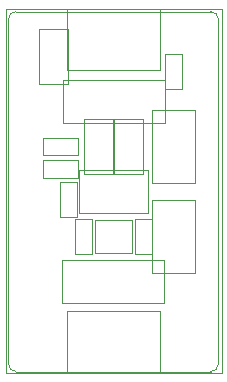
<source format=gbr>
%TF.GenerationSoftware,KiCad,Pcbnew,5.1.6+dfsg1-1~bpo10+1*%
%TF.CreationDate,Date%
%TF.ProjectId,ProMicro_QWIIC,50726f4d-6963-4726-9f5f-51574949432e,v1.0*%
%TF.SameCoordinates,Original*%
%TF.FileFunction,Other,User*%
%FSLAX45Y45*%
G04 Gerber Fmt 4.5, Leading zero omitted, Abs format (unit mm)*
G04 Created by KiCad*
%MOMM*%
%LPD*%
G01*
G04 APERTURE LIST*
%TA.AperFunction,Profile*%
%ADD10C,0.100000*%
%TD*%
%ADD11C,0.050000*%
G04 APERTURE END LIST*
D10*
X1651000Y63500D02*
X1651000Y-2857500D01*
X-127000Y-2857500D02*
X-127000Y63500D01*
X-63500Y-2921000D02*
G75*
G02*
X-127000Y-2857500I0J63500D01*
G01*
X1651000Y-2857500D02*
G75*
G02*
X1587500Y-2921000I-63500J0D01*
G01*
X1587500Y127000D02*
G75*
G02*
X1651000Y63500I0J-63500D01*
G01*
X-127000Y63500D02*
G75*
G02*
X-63500Y127000I63500J0D01*
G01*
X1587500Y-2921000D02*
X-63500Y-2921000D01*
X-63500Y127000D02*
X1587500Y127000D01*
D11*
X129000Y-484000D02*
X129000Y-24000D01*
X129000Y-484000D02*
X379000Y-484000D01*
X379000Y-24000D02*
X129000Y-24000D01*
X379000Y-24000D02*
X379000Y-484000D01*
X581000Y-1926000D02*
X435000Y-1926000D01*
X435000Y-1926000D02*
X435000Y-1630000D01*
X435000Y-1630000D02*
X581000Y-1630000D01*
X581000Y-1630000D02*
X581000Y-1926000D01*
X1089000Y-1926000D02*
X943000Y-1926000D01*
X943000Y-1926000D02*
X943000Y-1630000D01*
X943000Y-1630000D02*
X1089000Y-1630000D01*
X1089000Y-1630000D02*
X1089000Y-1926000D01*
X1196000Y-455000D02*
X331000Y-455000D01*
X331000Y-455000D02*
X331000Y-815000D01*
X331000Y-815000D02*
X1196000Y-815000D01*
X1196000Y-815000D02*
X1196000Y-455000D01*
X328000Y-2339000D02*
X1193000Y-2339000D01*
X1193000Y-2339000D02*
X1193000Y-1979000D01*
X1193000Y-1979000D02*
X328000Y-1979000D01*
X328000Y-1979000D02*
X328000Y-2339000D01*
X1014000Y-786000D02*
X1014000Y-1246000D01*
X1014000Y-786000D02*
X764000Y-786000D01*
X764000Y-1246000D02*
X1014000Y-1246000D01*
X764000Y-1246000D02*
X764000Y-786000D01*
X510000Y-1246000D02*
X510000Y-786000D01*
X510000Y-1246000D02*
X760000Y-1246000D01*
X760000Y-786000D02*
X510000Y-786000D01*
X760000Y-786000D02*
X760000Y-1246000D01*
X916000Y-1919000D02*
X608000Y-1919000D01*
X608000Y-1919000D02*
X608000Y-1637000D01*
X608000Y-1637000D02*
X916000Y-1637000D01*
X916000Y-1637000D02*
X916000Y-1919000D01*
X1057000Y-1577000D02*
X1057000Y-1217000D01*
X467000Y-1577000D02*
X467000Y-1217000D01*
X1057000Y-1577000D02*
X467000Y-1577000D01*
X1057000Y-1217000D02*
X467000Y-1217000D01*
X1090000Y-709000D02*
X1090000Y-1324000D01*
X1090000Y-1324000D02*
X1450000Y-1324000D01*
X1450000Y-1324000D02*
X1450000Y-709000D01*
X1450000Y-709000D02*
X1090000Y-709000D01*
X1090000Y-1471000D02*
X1090000Y-2086000D01*
X1090000Y-2086000D02*
X1450000Y-2086000D01*
X1450000Y-2086000D02*
X1450000Y-1471000D01*
X1450000Y-1471000D02*
X1090000Y-1471000D01*
X169500Y-1089000D02*
X169500Y-943000D01*
X169500Y-943000D02*
X465500Y-943000D01*
X465500Y-943000D02*
X465500Y-1089000D01*
X465500Y-1089000D02*
X169500Y-1089000D01*
X169500Y-1279500D02*
X169500Y-1133500D01*
X169500Y-1133500D02*
X465500Y-1133500D01*
X465500Y-1133500D02*
X465500Y-1279500D01*
X465500Y-1279500D02*
X169500Y-1279500D01*
X1343000Y-529000D02*
X1197000Y-529000D01*
X1197000Y-529000D02*
X1197000Y-233000D01*
X1197000Y-233000D02*
X1343000Y-233000D01*
X1343000Y-233000D02*
X1343000Y-529000D01*
X1152000Y-2927000D02*
X1152000Y-2407000D01*
X1152000Y-2407000D02*
X372000Y-2407000D01*
X372000Y-2407000D02*
X372000Y-2927000D01*
X372000Y-2927000D02*
X1152000Y-2927000D01*
X372000Y150000D02*
X372000Y-370000D01*
X372000Y-370000D02*
X1152000Y-370000D01*
X1152000Y-370000D02*
X1152000Y150000D01*
X1152000Y150000D02*
X372000Y150000D01*
X1680000Y-2930000D02*
X-150000Y-2930000D01*
X1680000Y-2930000D02*
X1680000Y150000D01*
X-150000Y150000D02*
X-150000Y-2930000D01*
X-150000Y150000D02*
X1680000Y150000D01*
X308000Y-1312500D02*
X454000Y-1312500D01*
X454000Y-1312500D02*
X454000Y-1608500D01*
X454000Y-1608500D02*
X308000Y-1608500D01*
X308000Y-1608500D02*
X308000Y-1312500D01*
M02*

</source>
